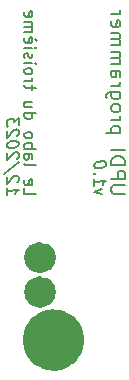
<source format=gbo>
G04 #@! TF.GenerationSoftware,KiCad,Pcbnew,7.0.9-7.0.9~ubuntu22.04.1*
G04 #@! TF.CreationDate,2023-12-26T10:47:29+01:00*
G04 #@! TF.ProjectId,UPDI programmer,55504449-2070-4726-9f67-72616d6d6572,rev?*
G04 #@! TF.SameCoordinates,Original*
G04 #@! TF.FileFunction,Legend,Bot*
G04 #@! TF.FilePolarity,Positive*
%FSLAX46Y46*%
G04 Gerber Fmt 4.6, Leading zero omitted, Abs format (unit mm)*
G04 Created by KiCad (PCBNEW 7.0.9-7.0.9~ubuntu22.04.1) date 2023-12-26 10:47:29*
%MOMM*%
%LPD*%
G01*
G04 APERTURE LIST*
%ADD10C,0.150000*%
%ADD11C,2.615000*%
%ADD12C,1.345000*%
G04 APERTURE END LIST*
D10*
X-9369820Y27104637D02*
X-9369820Y26533208D01*
X-9369820Y26818923D02*
X-8369820Y26943923D01*
X-8369820Y26943923D02*
X-8512677Y26830827D01*
X-8512677Y26830827D02*
X-8607915Y26723684D01*
X-8607915Y26723684D02*
X-8655534Y26622494D01*
X-8465058Y27598685D02*
X-8417439Y27652256D01*
X-8417439Y27652256D02*
X-8369820Y27753446D01*
X-8369820Y27753446D02*
X-8369820Y27991542D01*
X-8369820Y27991542D02*
X-8417439Y28080827D01*
X-8417439Y28080827D02*
X-8465058Y28122494D01*
X-8465058Y28122494D02*
X-8560296Y28158208D01*
X-8560296Y28158208D02*
X-8655534Y28146304D01*
X-8655534Y28146304D02*
X-8798391Y28080827D01*
X-8798391Y28080827D02*
X-9369820Y27437970D01*
X-9369820Y27437970D02*
X-9369820Y28057018D01*
X-8322200Y29330827D02*
X-9607915Y28312970D01*
X-8465058Y29598685D02*
X-8417439Y29652256D01*
X-8417439Y29652256D02*
X-8369820Y29753446D01*
X-8369820Y29753446D02*
X-8369820Y29991542D01*
X-8369820Y29991542D02*
X-8417439Y30080827D01*
X-8417439Y30080827D02*
X-8465058Y30122494D01*
X-8465058Y30122494D02*
X-8560296Y30158208D01*
X-8560296Y30158208D02*
X-8655534Y30146304D01*
X-8655534Y30146304D02*
X-8798391Y30080827D01*
X-8798391Y30080827D02*
X-9369820Y29437970D01*
X-9369820Y29437970D02*
X-9369820Y30057018D01*
X-8369820Y30801066D02*
X-8369820Y30896304D01*
X-8369820Y30896304D02*
X-8417439Y30985589D01*
X-8417439Y30985589D02*
X-8465058Y31027256D01*
X-8465058Y31027256D02*
X-8560296Y31062970D01*
X-8560296Y31062970D02*
X-8750772Y31086780D01*
X-8750772Y31086780D02*
X-8988867Y31057018D01*
X-8988867Y31057018D02*
X-9179343Y30985589D01*
X-9179343Y30985589D02*
X-9274581Y30926066D01*
X-9274581Y30926066D02*
X-9322200Y30872494D01*
X-9322200Y30872494D02*
X-9369820Y30771304D01*
X-9369820Y30771304D02*
X-9369820Y30676066D01*
X-9369820Y30676066D02*
X-9322200Y30586780D01*
X-9322200Y30586780D02*
X-9274581Y30545113D01*
X-9274581Y30545113D02*
X-9179343Y30509399D01*
X-9179343Y30509399D02*
X-8988867Y30485589D01*
X-8988867Y30485589D02*
X-8750772Y30515351D01*
X-8750772Y30515351D02*
X-8560296Y30586780D01*
X-8560296Y30586780D02*
X-8465058Y30646304D01*
X-8465058Y30646304D02*
X-8417439Y30699875D01*
X-8417439Y30699875D02*
X-8369820Y30801066D01*
X-8465058Y31503447D02*
X-8417439Y31557018D01*
X-8417439Y31557018D02*
X-8369820Y31658208D01*
X-8369820Y31658208D02*
X-8369820Y31896304D01*
X-8369820Y31896304D02*
X-8417439Y31985589D01*
X-8417439Y31985589D02*
X-8465058Y32027256D01*
X-8465058Y32027256D02*
X-8560296Y32062970D01*
X-8560296Y32062970D02*
X-8655534Y32051066D01*
X-8655534Y32051066D02*
X-8798391Y31985589D01*
X-8798391Y31985589D02*
X-9369820Y31342732D01*
X-9369820Y31342732D02*
X-9369820Y31961780D01*
X-8369820Y32420113D02*
X-8369820Y33039161D01*
X-8369820Y33039161D02*
X-8750772Y32658208D01*
X-8750772Y32658208D02*
X-8750772Y32801066D01*
X-8750772Y32801066D02*
X-8798391Y32890351D01*
X-8798391Y32890351D02*
X-8846010Y32932018D01*
X-8846010Y32932018D02*
X-8941248Y32967732D01*
X-8941248Y32967732D02*
X-9179343Y32937970D01*
X-9179343Y32937970D02*
X-9274581Y32878447D01*
X-9274581Y32878447D02*
X-9322200Y32824875D01*
X-9322200Y32824875D02*
X-9369820Y32723685D01*
X-9369820Y32723685D02*
X-9369820Y32437970D01*
X-9369820Y32437970D02*
X-9322200Y32348685D01*
X-9322200Y32348685D02*
X-9274581Y32307018D01*
X-7869820Y27062970D02*
X-7869820Y26586780D01*
X-7869820Y26586780D02*
X-6869820Y26586780D01*
X-7822200Y27777256D02*
X-7869820Y27682018D01*
X-7869820Y27682018D02*
X-7869820Y27491542D01*
X-7869820Y27491542D02*
X-7822200Y27396304D01*
X-7822200Y27396304D02*
X-7726962Y27348685D01*
X-7726962Y27348685D02*
X-7346010Y27348685D01*
X-7346010Y27348685D02*
X-7250772Y27396304D01*
X-7250772Y27396304D02*
X-7203153Y27491542D01*
X-7203153Y27491542D02*
X-7203153Y27682018D01*
X-7203153Y27682018D02*
X-7250772Y27777256D01*
X-7250772Y27777256D02*
X-7346010Y27824875D01*
X-7346010Y27824875D02*
X-7441248Y27824875D01*
X-7441248Y27824875D02*
X-7536486Y27348685D01*
X-7869820Y29158209D02*
X-7822200Y29062971D01*
X-7822200Y29062971D02*
X-7726962Y29015352D01*
X-7726962Y29015352D02*
X-6869820Y29015352D01*
X-7869820Y29967733D02*
X-7346010Y29967733D01*
X-7346010Y29967733D02*
X-7250772Y29920114D01*
X-7250772Y29920114D02*
X-7203153Y29824876D01*
X-7203153Y29824876D02*
X-7203153Y29634400D01*
X-7203153Y29634400D02*
X-7250772Y29539162D01*
X-7822200Y29967733D02*
X-7869820Y29872495D01*
X-7869820Y29872495D02*
X-7869820Y29634400D01*
X-7869820Y29634400D02*
X-7822200Y29539162D01*
X-7822200Y29539162D02*
X-7726962Y29491543D01*
X-7726962Y29491543D02*
X-7631724Y29491543D01*
X-7631724Y29491543D02*
X-7536486Y29539162D01*
X-7536486Y29539162D02*
X-7488867Y29634400D01*
X-7488867Y29634400D02*
X-7488867Y29872495D01*
X-7488867Y29872495D02*
X-7441248Y29967733D01*
X-7869820Y30443924D02*
X-6869820Y30443924D01*
X-7250772Y30443924D02*
X-7203153Y30539162D01*
X-7203153Y30539162D02*
X-7203153Y30729638D01*
X-7203153Y30729638D02*
X-7250772Y30824876D01*
X-7250772Y30824876D02*
X-7298391Y30872495D01*
X-7298391Y30872495D02*
X-7393629Y30920114D01*
X-7393629Y30920114D02*
X-7679343Y30920114D01*
X-7679343Y30920114D02*
X-7774581Y30872495D01*
X-7774581Y30872495D02*
X-7822200Y30824876D01*
X-7822200Y30824876D02*
X-7869820Y30729638D01*
X-7869820Y30729638D02*
X-7869820Y30539162D01*
X-7869820Y30539162D02*
X-7822200Y30443924D01*
X-7869820Y31491543D02*
X-7822200Y31396305D01*
X-7822200Y31396305D02*
X-7774581Y31348686D01*
X-7774581Y31348686D02*
X-7679343Y31301067D01*
X-7679343Y31301067D02*
X-7393629Y31301067D01*
X-7393629Y31301067D02*
X-7298391Y31348686D01*
X-7298391Y31348686D02*
X-7250772Y31396305D01*
X-7250772Y31396305D02*
X-7203153Y31491543D01*
X-7203153Y31491543D02*
X-7203153Y31634400D01*
X-7203153Y31634400D02*
X-7250772Y31729638D01*
X-7250772Y31729638D02*
X-7298391Y31777257D01*
X-7298391Y31777257D02*
X-7393629Y31824876D01*
X-7393629Y31824876D02*
X-7679343Y31824876D01*
X-7679343Y31824876D02*
X-7774581Y31777257D01*
X-7774581Y31777257D02*
X-7822200Y31729638D01*
X-7822200Y31729638D02*
X-7869820Y31634400D01*
X-7869820Y31634400D02*
X-7869820Y31491543D01*
X-7869820Y33443924D02*
X-6869820Y33443924D01*
X-7822200Y33443924D02*
X-7869820Y33348686D01*
X-7869820Y33348686D02*
X-7869820Y33158210D01*
X-7869820Y33158210D02*
X-7822200Y33062972D01*
X-7822200Y33062972D02*
X-7774581Y33015353D01*
X-7774581Y33015353D02*
X-7679343Y32967734D01*
X-7679343Y32967734D02*
X-7393629Y32967734D01*
X-7393629Y32967734D02*
X-7298391Y33015353D01*
X-7298391Y33015353D02*
X-7250772Y33062972D01*
X-7250772Y33062972D02*
X-7203153Y33158210D01*
X-7203153Y33158210D02*
X-7203153Y33348686D01*
X-7203153Y33348686D02*
X-7250772Y33443924D01*
X-7203153Y34348686D02*
X-7869820Y34348686D01*
X-7203153Y33920115D02*
X-7726962Y33920115D01*
X-7726962Y33920115D02*
X-7822200Y33967734D01*
X-7822200Y33967734D02*
X-7869820Y34062972D01*
X-7869820Y34062972D02*
X-7869820Y34205829D01*
X-7869820Y34205829D02*
X-7822200Y34301067D01*
X-7822200Y34301067D02*
X-7774581Y34348686D01*
X-7203153Y35443925D02*
X-7203153Y35824877D01*
X-6869820Y35586782D02*
X-7726962Y35586782D01*
X-7726962Y35586782D02*
X-7822200Y35634401D01*
X-7822200Y35634401D02*
X-7869820Y35729639D01*
X-7869820Y35729639D02*
X-7869820Y35824877D01*
X-7869820Y36158211D02*
X-7203153Y36158211D01*
X-7393629Y36158211D02*
X-7298391Y36205830D01*
X-7298391Y36205830D02*
X-7250772Y36253449D01*
X-7250772Y36253449D02*
X-7203153Y36348687D01*
X-7203153Y36348687D02*
X-7203153Y36443925D01*
X-7869820Y36920116D02*
X-7822200Y36824878D01*
X-7822200Y36824878D02*
X-7774581Y36777259D01*
X-7774581Y36777259D02*
X-7679343Y36729640D01*
X-7679343Y36729640D02*
X-7393629Y36729640D01*
X-7393629Y36729640D02*
X-7298391Y36777259D01*
X-7298391Y36777259D02*
X-7250772Y36824878D01*
X-7250772Y36824878D02*
X-7203153Y36920116D01*
X-7203153Y36920116D02*
X-7203153Y37062973D01*
X-7203153Y37062973D02*
X-7250772Y37158211D01*
X-7250772Y37158211D02*
X-7298391Y37205830D01*
X-7298391Y37205830D02*
X-7393629Y37253449D01*
X-7393629Y37253449D02*
X-7679343Y37253449D01*
X-7679343Y37253449D02*
X-7774581Y37205830D01*
X-7774581Y37205830D02*
X-7822200Y37158211D01*
X-7822200Y37158211D02*
X-7869820Y37062973D01*
X-7869820Y37062973D02*
X-7869820Y36920116D01*
X-7869820Y37682021D02*
X-7203153Y37682021D01*
X-6869820Y37682021D02*
X-6917439Y37634402D01*
X-6917439Y37634402D02*
X-6965058Y37682021D01*
X-6965058Y37682021D02*
X-6917439Y37729640D01*
X-6917439Y37729640D02*
X-6869820Y37682021D01*
X-6869820Y37682021D02*
X-6965058Y37682021D01*
X-7822200Y38110592D02*
X-7869820Y38205830D01*
X-7869820Y38205830D02*
X-7869820Y38396306D01*
X-7869820Y38396306D02*
X-7822200Y38491544D01*
X-7822200Y38491544D02*
X-7726962Y38539163D01*
X-7726962Y38539163D02*
X-7679343Y38539163D01*
X-7679343Y38539163D02*
X-7584105Y38491544D01*
X-7584105Y38491544D02*
X-7536486Y38396306D01*
X-7536486Y38396306D02*
X-7536486Y38253449D01*
X-7536486Y38253449D02*
X-7488867Y38158211D01*
X-7488867Y38158211D02*
X-7393629Y38110592D01*
X-7393629Y38110592D02*
X-7346010Y38110592D01*
X-7346010Y38110592D02*
X-7250772Y38158211D01*
X-7250772Y38158211D02*
X-7203153Y38253449D01*
X-7203153Y38253449D02*
X-7203153Y38396306D01*
X-7203153Y38396306D02*
X-7250772Y38491544D01*
X-7869820Y38967735D02*
X-7203153Y38967735D01*
X-6869820Y38967735D02*
X-6917439Y38920116D01*
X-6917439Y38920116D02*
X-6965058Y38967735D01*
X-6965058Y38967735D02*
X-6917439Y39015354D01*
X-6917439Y39015354D02*
X-6869820Y38967735D01*
X-6869820Y38967735D02*
X-6965058Y38967735D01*
X-7822200Y39824877D02*
X-7869820Y39729639D01*
X-7869820Y39729639D02*
X-7869820Y39539163D01*
X-7869820Y39539163D02*
X-7822200Y39443925D01*
X-7822200Y39443925D02*
X-7726962Y39396306D01*
X-7726962Y39396306D02*
X-7346010Y39396306D01*
X-7346010Y39396306D02*
X-7250772Y39443925D01*
X-7250772Y39443925D02*
X-7203153Y39539163D01*
X-7203153Y39539163D02*
X-7203153Y39729639D01*
X-7203153Y39729639D02*
X-7250772Y39824877D01*
X-7250772Y39824877D02*
X-7346010Y39872496D01*
X-7346010Y39872496D02*
X-7441248Y39872496D01*
X-7441248Y39872496D02*
X-7536486Y39396306D01*
X-6822200Y39539163D02*
X-6965058Y39682020D01*
X-7869820Y40301068D02*
X-7203153Y40301068D01*
X-7298391Y40301068D02*
X-7250772Y40348687D01*
X-7250772Y40348687D02*
X-7203153Y40443925D01*
X-7203153Y40443925D02*
X-7203153Y40586782D01*
X-7203153Y40586782D02*
X-7250772Y40682020D01*
X-7250772Y40682020D02*
X-7346010Y40729639D01*
X-7346010Y40729639D02*
X-7869820Y40729639D01*
X-7346010Y40729639D02*
X-7250772Y40777258D01*
X-7250772Y40777258D02*
X-7203153Y40872496D01*
X-7203153Y40872496D02*
X-7203153Y41015353D01*
X-7203153Y41015353D02*
X-7250772Y41110592D01*
X-7250772Y41110592D02*
X-7346010Y41158211D01*
X-7346010Y41158211D02*
X-7869820Y41158211D01*
X-7822200Y42015353D02*
X-7869820Y41920115D01*
X-7869820Y41920115D02*
X-7869820Y41729639D01*
X-7869820Y41729639D02*
X-7822200Y41634401D01*
X-7822200Y41634401D02*
X-7726962Y41586782D01*
X-7726962Y41586782D02*
X-7346010Y41586782D01*
X-7346010Y41586782D02*
X-7250772Y41634401D01*
X-7250772Y41634401D02*
X-7203153Y41729639D01*
X-7203153Y41729639D02*
X-7203153Y41920115D01*
X-7203153Y41920115D02*
X-7250772Y42015353D01*
X-7250772Y42015353D02*
X-7346010Y42062972D01*
X-7346010Y42062972D02*
X-7441248Y42062972D01*
X-7441248Y42062972D02*
X-7536486Y41586782D01*
X652657Y26634399D02*
X-318772Y26634399D01*
X-318772Y26634399D02*
X-433058Y26691542D01*
X-433058Y26691542D02*
X-490200Y26748684D01*
X-490200Y26748684D02*
X-547343Y26862970D01*
X-547343Y26862970D02*
X-547343Y27091542D01*
X-547343Y27091542D02*
X-490200Y27205827D01*
X-490200Y27205827D02*
X-433058Y27262970D01*
X-433058Y27262970D02*
X-318772Y27320113D01*
X-318772Y27320113D02*
X652657Y27320113D01*
X-547343Y27891542D02*
X652657Y27891542D01*
X652657Y27891542D02*
X652657Y28348685D01*
X652657Y28348685D02*
X595514Y28462970D01*
X595514Y28462970D02*
X538371Y28520113D01*
X538371Y28520113D02*
X424085Y28577256D01*
X424085Y28577256D02*
X252657Y28577256D01*
X252657Y28577256D02*
X138371Y28520113D01*
X138371Y28520113D02*
X81228Y28462970D01*
X81228Y28462970D02*
X24085Y28348685D01*
X24085Y28348685D02*
X24085Y27891542D01*
X-547343Y29091542D02*
X652657Y29091542D01*
X652657Y29091542D02*
X652657Y29377256D01*
X652657Y29377256D02*
X595514Y29548685D01*
X595514Y29548685D02*
X481228Y29662970D01*
X481228Y29662970D02*
X366942Y29720113D01*
X366942Y29720113D02*
X138371Y29777256D01*
X138371Y29777256D02*
X-33058Y29777256D01*
X-33058Y29777256D02*
X-261629Y29720113D01*
X-261629Y29720113D02*
X-375915Y29662970D01*
X-375915Y29662970D02*
X-490200Y29548685D01*
X-490200Y29548685D02*
X-547343Y29377256D01*
X-547343Y29377256D02*
X-547343Y29091542D01*
X-547343Y30291542D02*
X652657Y30291542D01*
X252657Y31777257D02*
X-947343Y31777257D01*
X195514Y31777257D02*
X252657Y31891542D01*
X252657Y31891542D02*
X252657Y32120114D01*
X252657Y32120114D02*
X195514Y32234400D01*
X195514Y32234400D02*
X138371Y32291542D01*
X138371Y32291542D02*
X24085Y32348685D01*
X24085Y32348685D02*
X-318772Y32348685D01*
X-318772Y32348685D02*
X-433058Y32291542D01*
X-433058Y32291542D02*
X-490200Y32234400D01*
X-490200Y32234400D02*
X-547343Y32120114D01*
X-547343Y32120114D02*
X-547343Y31891542D01*
X-547343Y31891542D02*
X-490200Y31777257D01*
X-547343Y32862971D02*
X252657Y32862971D01*
X24085Y32862971D02*
X138371Y32920114D01*
X138371Y32920114D02*
X195514Y32977256D01*
X195514Y32977256D02*
X252657Y33091542D01*
X252657Y33091542D02*
X252657Y33205828D01*
X-547343Y33777256D02*
X-490200Y33662971D01*
X-490200Y33662971D02*
X-433058Y33605828D01*
X-433058Y33605828D02*
X-318772Y33548685D01*
X-318772Y33548685D02*
X24085Y33548685D01*
X24085Y33548685D02*
X138371Y33605828D01*
X138371Y33605828D02*
X195514Y33662971D01*
X195514Y33662971D02*
X252657Y33777256D01*
X252657Y33777256D02*
X252657Y33948685D01*
X252657Y33948685D02*
X195514Y34062971D01*
X195514Y34062971D02*
X138371Y34120113D01*
X138371Y34120113D02*
X24085Y34177256D01*
X24085Y34177256D02*
X-318772Y34177256D01*
X-318772Y34177256D02*
X-433058Y34120113D01*
X-433058Y34120113D02*
X-490200Y34062971D01*
X-490200Y34062971D02*
X-547343Y33948685D01*
X-547343Y33948685D02*
X-547343Y33777256D01*
X252657Y35205827D02*
X-718772Y35205827D01*
X-718772Y35205827D02*
X-833058Y35148685D01*
X-833058Y35148685D02*
X-890200Y35091542D01*
X-890200Y35091542D02*
X-947343Y34977256D01*
X-947343Y34977256D02*
X-947343Y34805827D01*
X-947343Y34805827D02*
X-890200Y34691542D01*
X-490200Y35205827D02*
X-547343Y35091542D01*
X-547343Y35091542D02*
X-547343Y34862970D01*
X-547343Y34862970D02*
X-490200Y34748685D01*
X-490200Y34748685D02*
X-433058Y34691542D01*
X-433058Y34691542D02*
X-318772Y34634399D01*
X-318772Y34634399D02*
X24085Y34634399D01*
X24085Y34634399D02*
X138371Y34691542D01*
X138371Y34691542D02*
X195514Y34748685D01*
X195514Y34748685D02*
X252657Y34862970D01*
X252657Y34862970D02*
X252657Y35091542D01*
X252657Y35091542D02*
X195514Y35205827D01*
X-547343Y35777256D02*
X252657Y35777256D01*
X24085Y35777256D02*
X138371Y35834399D01*
X138371Y35834399D02*
X195514Y35891541D01*
X195514Y35891541D02*
X252657Y36005827D01*
X252657Y36005827D02*
X252657Y36120113D01*
X-547343Y37034398D02*
X81228Y37034398D01*
X81228Y37034398D02*
X195514Y36977256D01*
X195514Y36977256D02*
X252657Y36862970D01*
X252657Y36862970D02*
X252657Y36634398D01*
X252657Y36634398D02*
X195514Y36520113D01*
X-490200Y37034398D02*
X-547343Y36920113D01*
X-547343Y36920113D02*
X-547343Y36634398D01*
X-547343Y36634398D02*
X-490200Y36520113D01*
X-490200Y36520113D02*
X-375915Y36462970D01*
X-375915Y36462970D02*
X-261629Y36462970D01*
X-261629Y36462970D02*
X-147343Y36520113D01*
X-147343Y36520113D02*
X-90200Y36634398D01*
X-90200Y36634398D02*
X-90200Y36920113D01*
X-90200Y36920113D02*
X-33058Y37034398D01*
X-547343Y37605827D02*
X252657Y37605827D01*
X138371Y37605827D02*
X195514Y37662970D01*
X195514Y37662970D02*
X252657Y37777255D01*
X252657Y37777255D02*
X252657Y37948684D01*
X252657Y37948684D02*
X195514Y38062970D01*
X195514Y38062970D02*
X81228Y38120112D01*
X81228Y38120112D02*
X-547343Y38120112D01*
X81228Y38120112D02*
X195514Y38177255D01*
X195514Y38177255D02*
X252657Y38291541D01*
X252657Y38291541D02*
X252657Y38462970D01*
X252657Y38462970D02*
X195514Y38577255D01*
X195514Y38577255D02*
X81228Y38634398D01*
X81228Y38634398D02*
X-547343Y38634398D01*
X-547343Y39205827D02*
X252657Y39205827D01*
X138371Y39205827D02*
X195514Y39262970D01*
X195514Y39262970D02*
X252657Y39377255D01*
X252657Y39377255D02*
X252657Y39548684D01*
X252657Y39548684D02*
X195514Y39662970D01*
X195514Y39662970D02*
X81228Y39720112D01*
X81228Y39720112D02*
X-547343Y39720112D01*
X81228Y39720112D02*
X195514Y39777255D01*
X195514Y39777255D02*
X252657Y39891541D01*
X252657Y39891541D02*
X252657Y40062970D01*
X252657Y40062970D02*
X195514Y40177255D01*
X195514Y40177255D02*
X81228Y40234398D01*
X81228Y40234398D02*
X-547343Y40234398D01*
X-490200Y41262970D02*
X-547343Y41148684D01*
X-547343Y41148684D02*
X-547343Y40920112D01*
X-547343Y40920112D02*
X-490200Y40805827D01*
X-490200Y40805827D02*
X-375915Y40748684D01*
X-375915Y40748684D02*
X81228Y40748684D01*
X81228Y40748684D02*
X195514Y40805827D01*
X195514Y40805827D02*
X252657Y40920112D01*
X252657Y40920112D02*
X252657Y41148684D01*
X252657Y41148684D02*
X195514Y41262970D01*
X195514Y41262970D02*
X81228Y41320112D01*
X81228Y41320112D02*
X-33058Y41320112D01*
X-33058Y41320112D02*
X-147343Y40748684D01*
X-547343Y41834398D02*
X252657Y41834398D01*
X24085Y41834398D02*
X138371Y41891541D01*
X138371Y41891541D02*
X195514Y41948683D01*
X195514Y41948683D02*
X252657Y42062969D01*
X252657Y42062969D02*
X252657Y42177255D01*
X-1288153Y26568923D02*
X-1954820Y26723684D01*
X-1954820Y26723684D02*
X-1288153Y27045113D01*
X-1954820Y27866542D02*
X-1954820Y27295113D01*
X-1954820Y27580828D02*
X-954820Y27705828D01*
X-954820Y27705828D02*
X-1097677Y27592732D01*
X-1097677Y27592732D02*
X-1192915Y27485589D01*
X-1192915Y27485589D02*
X-1240534Y27384399D01*
X-1859581Y28307018D02*
X-1907200Y28348685D01*
X-1907200Y28348685D02*
X-1954820Y28295113D01*
X-1954820Y28295113D02*
X-1907200Y28253447D01*
X-1907200Y28253447D02*
X-1859581Y28307018D01*
X-1859581Y28307018D02*
X-1954820Y28295113D01*
X-954820Y29086780D02*
X-954820Y29182018D01*
X-954820Y29182018D02*
X-1002439Y29271303D01*
X-1002439Y29271303D02*
X-1050058Y29312970D01*
X-1050058Y29312970D02*
X-1145296Y29348684D01*
X-1145296Y29348684D02*
X-1335772Y29372494D01*
X-1335772Y29372494D02*
X-1573867Y29342732D01*
X-1573867Y29342732D02*
X-1764343Y29271303D01*
X-1764343Y29271303D02*
X-1859581Y29211780D01*
X-1859581Y29211780D02*
X-1907200Y29158208D01*
X-1907200Y29158208D02*
X-1954820Y29057018D01*
X-1954820Y29057018D02*
X-1954820Y28961780D01*
X-1954820Y28961780D02*
X-1907200Y28872494D01*
X-1907200Y28872494D02*
X-1859581Y28830827D01*
X-1859581Y28830827D02*
X-1764343Y28795113D01*
X-1764343Y28795113D02*
X-1573867Y28771303D01*
X-1573867Y28771303D02*
X-1335772Y28801065D01*
X-1335772Y28801065D02*
X-1145296Y28872494D01*
X-1145296Y28872494D02*
X-1050058Y28932018D01*
X-1050058Y28932018D02*
X-1002439Y28985589D01*
X-1002439Y28985589D02*
X-954820Y29086780D01*
G04 #@! TO.C,REF\u002A\u002A*
D11*
X-4105000Y14230000D02*
G75*
G03*
X-4105000Y14230000I-1307500J0D01*
G01*
D12*
X-5883000Y18294000D02*
G75*
G03*
X-5883000Y18294000I-672500J0D01*
G01*
X-5883000Y21215000D02*
G75*
G03*
X-5883000Y21215000I-672500J0D01*
G01*
G04 #@! TD*
M02*

</source>
